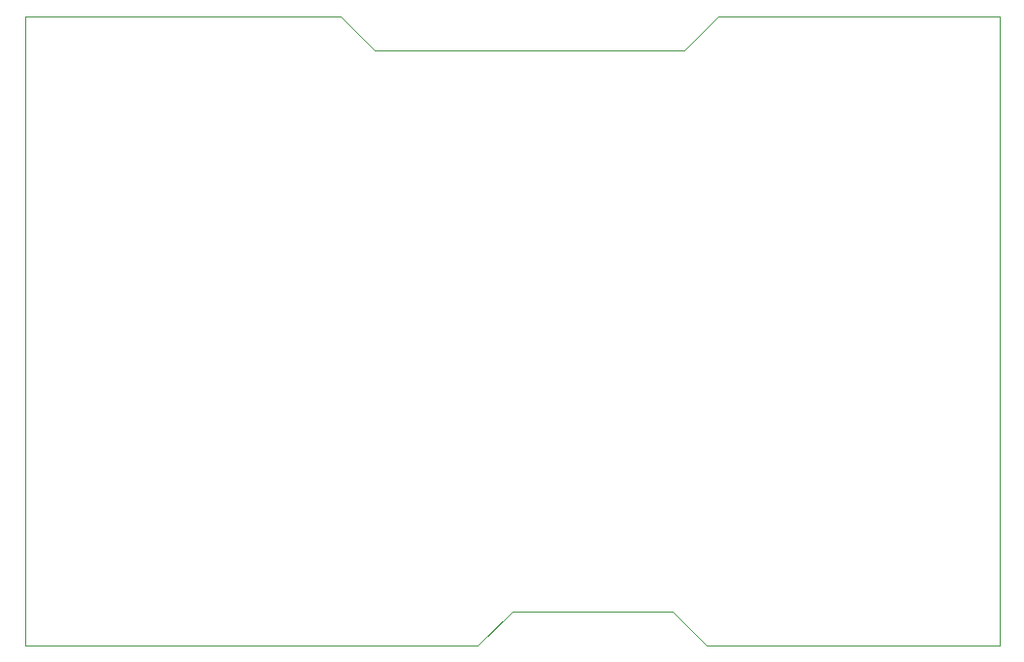
<source format=gm1>
%TF.GenerationSoftware,KiCad,Pcbnew,8.0.2*%
%TF.CreationDate,2025-06-13T16:45:19+05:30*%
%TF.ProjectId,final schematics,66696e61-6c20-4736-9368-656d61746963,1.0*%
%TF.SameCoordinates,Original*%
%TF.FileFunction,Profile,NP*%
%FSLAX46Y46*%
G04 Gerber Fmt 4.6, Leading zero omitted, Abs format (unit mm)*
G04 Created by KiCad (PCBNEW 8.0.2) date 2025-06-13 16:45:19*
%MOMM*%
%LPD*%
G01*
G04 APERTURE LIST*
%TA.AperFunction,Profile*%
%ADD10C,0.100000*%
%TD*%
G04 APERTURE END LIST*
D10*
X126500000Y-79500000D02*
X153500000Y-79500000D01*
X156500000Y-76500000D01*
X181000000Y-76500000D01*
X181000000Y-131500000D01*
X155500000Y-131500000D01*
X152500000Y-128500000D01*
X138500000Y-128500000D01*
X135500000Y-131500000D01*
X96000000Y-131500000D01*
X96000000Y-76500000D01*
X123500000Y-76500000D01*
X126500000Y-79500000D01*
M02*

</source>
